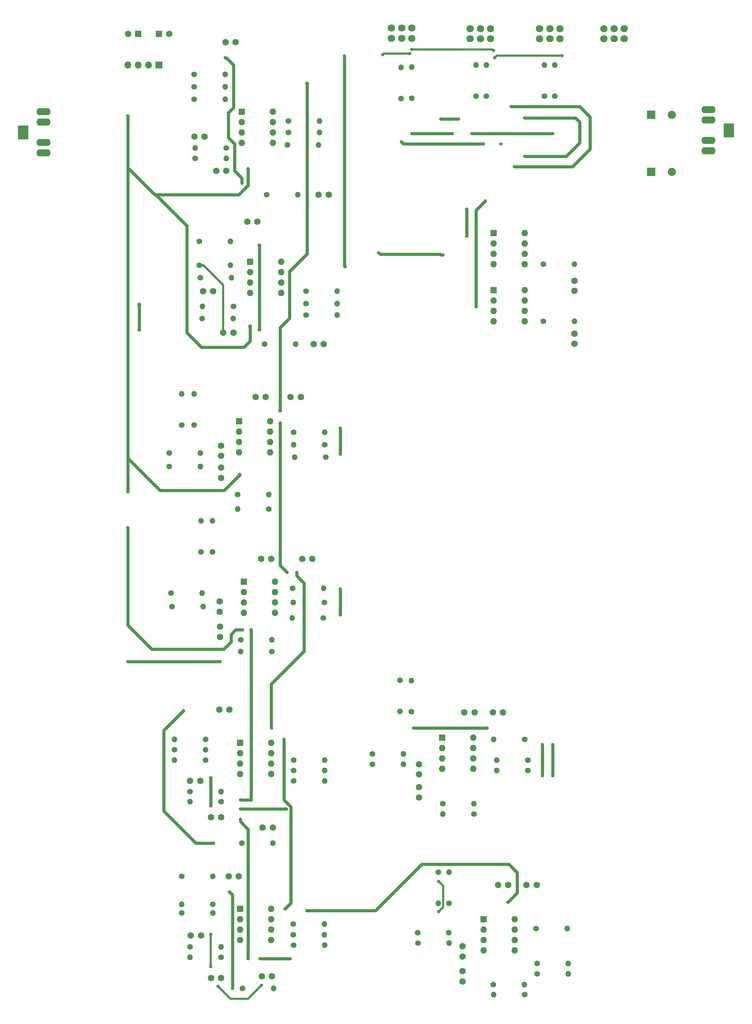
<source format=gbr>
G04 #@! TF.GenerationSoftware,KiCad,Pcbnew,5.0.0-rc3-6a2723a~65~ubuntu16.04.1*
G04 #@! TF.CreationDate,2018-07-19T21:14:32+03:00*
G04 #@! TF.ProjectId,test5,74657374352E6B696361645F70636200,rev?*
G04 #@! TF.SameCoordinates,Original*
G04 #@! TF.FileFunction,Copper,L2,Bot,Signal*
G04 #@! TF.FilePolarity,Positive*
%FSLAX46Y46*%
G04 Gerber Fmt 4.6, Leading zero omitted, Abs format (unit mm)*
G04 Created by KiCad (PCBNEW 5.0.0-rc3-6a2723a~65~ubuntu16.04.1) date Thu Jul 19 21:14:32 2018*
%MOMM*%
%LPD*%
G01*
G04 APERTURE LIST*
G04 #@! TA.AperFunction,ComponentPad*
%ADD10R,1.600000X1.600000*%
G04 #@! TD*
G04 #@! TA.AperFunction,ComponentPad*
%ADD11O,1.600000X1.600000*%
G04 #@! TD*
G04 #@! TA.AperFunction,ComponentPad*
%ADD12C,1.600000*%
G04 #@! TD*
G04 #@! TA.AperFunction,ComponentPad*
%ADD13C,1.400000*%
G04 #@! TD*
G04 #@! TA.AperFunction,ComponentPad*
%ADD14O,1.400000X1.400000*%
G04 #@! TD*
G04 #@! TA.AperFunction,ComponentPad*
%ADD15R,1.700000X1.700000*%
G04 #@! TD*
G04 #@! TA.AperFunction,ComponentPad*
%ADD16O,1.700000X1.700000*%
G04 #@! TD*
G04 #@! TA.AperFunction,ComponentPad*
%ADD17R,2.000000X2.000000*%
G04 #@! TD*
G04 #@! TA.AperFunction,ComponentPad*
%ADD18C,2.000000*%
G04 #@! TD*
G04 #@! TA.AperFunction,ComponentPad*
%ADD19R,2.500000X3.500000*%
G04 #@! TD*
G04 #@! TA.AperFunction,ComponentPad*
%ADD20O,3.500000X1.750000*%
G04 #@! TD*
G04 #@! TA.AperFunction,ComponentPad*
%ADD21C,1.800000*%
G04 #@! TD*
G04 #@! TA.AperFunction,ViaPad*
%ADD22C,0.800000*%
G04 #@! TD*
G04 #@! TA.AperFunction,ViaPad*
%ADD23C,1.000000*%
G04 #@! TD*
G04 #@! TA.AperFunction,ViaPad*
%ADD24C,0.700000*%
G04 #@! TD*
G04 #@! TA.AperFunction,Conductor*
%ADD25C,0.800000*%
G04 #@! TD*
G04 #@! TA.AperFunction,Conductor*
%ADD26C,0.500000*%
G04 #@! TD*
G04 APERTURE END LIST*
D10*
G04 #@! TO.P,U6,1*
G04 #@! TO.N,Net-(C14-Pad1)*
X80835500Y-230759000D03*
D11*
G04 #@! TO.P,U6,5*
G04 #@! TO.N,Net-(C24-Pad2)*
X88455500Y-238379000D03*
G04 #@! TO.P,U6,2*
G04 #@! TO.N,Net-(R23-Pad2)*
X80835500Y-233299000D03*
G04 #@! TO.P,U6,6*
G04 #@! TO.N,Net-(R53-Pad2)*
X88455500Y-235839000D03*
G04 #@! TO.P,U6,3*
G04 #@! TO.N,Net-(C12-Pad1)*
X80835500Y-235839000D03*
G04 #@! TO.P,U6,7*
G04 #@! TO.N,Net-(C26-Pad1)*
X88455500Y-233299000D03*
G04 #@! TO.P,U6,4*
G04 #@! TO.N,Vcc-*
X80835500Y-238379000D03*
G04 #@! TO.P,U6,8*
G04 #@! TO.N,Vcc+*
X88455500Y-230759000D03*
G04 #@! TD*
D12*
G04 #@! TO.P,C19,1*
G04 #@! TO.N,GND*
X102576000Y-55880000D03*
G04 #@! TO.P,C19,2*
G04 #@! TO.N,Net-(C19-Pad2)*
X100076000Y-55880000D03*
G04 #@! TD*
G04 #@! TO.P,C21,1*
G04 #@! TO.N,Net-(C21-Pad1)*
X79756000Y-18542000D03*
G04 #@! TO.P,C21,2*
G04 #@! TO.N,Net-(C21-Pad2)*
X77256000Y-18542000D03*
G04 #@! TD*
D13*
G04 #@! TO.P,R14,1*
G04 #@! TO.N,GND*
X69596000Y-29464000D03*
D14*
G04 #@! TO.P,R14,2*
G04 #@! TO.N,Net-(R13-Pad2)*
X77216000Y-29464000D03*
G04 #@! TD*
D13*
G04 #@! TO.P,R13,1*
G04 #@! TO.N,Net-(C9-Pad1)*
X69596000Y-26416000D03*
D14*
G04 #@! TO.P,R13,2*
G04 #@! TO.N,Net-(R13-Pad2)*
X77216000Y-26416000D03*
G04 #@! TD*
D13*
G04 #@! TO.P,R25,1*
G04 #@! TO.N,Net-(C9-Pad1)*
X69596000Y-32512000D03*
D14*
G04 #@! TO.P,R25,2*
G04 #@! TO.N,Net-(C21-Pad2)*
X77216000Y-32512000D03*
G04 #@! TD*
D15*
G04 #@! TO.P,J3,1*
G04 #@! TO.N,Vcc+*
X60960000Y-24130000D03*
D16*
G04 #@! TO.P,J3,2*
G04 #@! TO.N,GND*
X58420000Y-24130000D03*
G04 #@! TO.P,J3,3*
X55880000Y-24130000D03*
G04 #@! TO.P,J3,4*
G04 #@! TO.N,Vcc-*
X53340000Y-24130000D03*
G04 #@! TD*
D13*
G04 #@! TO.P,10K1,1*
G04 #@! TO.N,Net-(10K1-Pad1)*
X157988000Y-31750000D03*
D14*
G04 #@! TO.P,10K1,2*
G04 #@! TO.N,Net-(10K1-Pad2)*
X157988000Y-24130000D03*
G04 #@! TD*
D10*
G04 #@! TO.P,C1,1*
G04 #@! TO.N,Vcc+*
X60960000Y-16510000D03*
D12*
G04 #@! TO.P,C1,2*
G04 #@! TO.N,GND*
X63460000Y-16510000D03*
G04 #@! TD*
G04 #@! TO.P,C2,2*
G04 #@! TO.N,Vcc-*
X53380000Y-16510000D03*
D10*
G04 #@! TO.P,C2,1*
G04 #@! TO.N,GND*
X55880000Y-16510000D03*
G04 #@! TD*
D12*
G04 #@! TO.P,C3,2*
G04 #@! TO.N,IN_RIGHT*
X76200000Y-125222000D03*
G04 #@! TO.P,C3,1*
G04 #@! TO.N,Net-(C3-Pad1)*
X76200000Y-122722000D03*
G04 #@! TD*
G04 #@! TO.P,C4,1*
G04 #@! TO.N,Net-(C4-Pad1)*
X75946000Y-161671000D03*
G04 #@! TO.P,C4,2*
G04 #@! TO.N,IN_LEFT*
X75946000Y-164171000D03*
G04 #@! TD*
G04 #@! TO.P,C5,1*
G04 #@! TO.N,Net-(C5-Pad1)*
X76200000Y-117348000D03*
G04 #@! TO.P,C5,2*
G04 #@! TO.N,Net-(C3-Pad1)*
X76200000Y-119848000D03*
G04 #@! TD*
G04 #@! TO.P,C6,2*
G04 #@! TO.N,Net-(C4-Pad1)*
X75819000Y-157988000D03*
G04 #@! TO.P,C6,1*
G04 #@! TO.N,Net-(C6-Pad1)*
X75819000Y-155488000D03*
G04 #@! TD*
G04 #@! TO.P,C7,2*
G04 #@! TO.N,GND*
X69636000Y-41656000D03*
G04 #@! TO.P,C7,1*
G04 #@! TO.N,Net-(C7-Pad1)*
X72136000Y-41656000D03*
G04 #@! TD*
G04 #@! TO.P,C8,1*
G04 #@! TO.N,Net-(C8-Pad1)*
X74250000Y-79500000D03*
G04 #@! TO.P,C8,2*
G04 #@! TO.N,GND*
X71750000Y-79500000D03*
G04 #@! TD*
G04 #@! TO.P,C9,2*
G04 #@! TO.N,Net-(C9-Pad2)*
X77470000Y-50038000D03*
G04 #@! TO.P,C9,1*
G04 #@! TO.N,Net-(C9-Pad1)*
X74970000Y-50038000D03*
G04 #@! TD*
G04 #@! TO.P,C10,2*
G04 #@! TO.N,Net-(C10-Pad2)*
X79208000Y-89662000D03*
G04 #@! TO.P,C10,1*
G04 #@! TO.N,Net-(C10-Pad1)*
X76708000Y-89662000D03*
G04 #@! TD*
G04 #@! TO.P,C11,2*
G04 #@! TO.N,GND*
X73700000Y-208280000D03*
G04 #@! TO.P,C11,1*
G04 #@! TO.N,Net-(C11-Pad1)*
X76200000Y-208280000D03*
G04 #@! TD*
G04 #@! TO.P,C12,1*
G04 #@! TO.N,Net-(C12-Pad1)*
X76200000Y-247650000D03*
G04 #@! TO.P,C12,2*
G04 #@! TO.N,GND*
X73700000Y-247650000D03*
G04 #@! TD*
G04 #@! TO.P,C13,1*
G04 #@! TO.N,Net-(C13-Pad1)*
X71080000Y-199390000D03*
G04 #@! TO.P,C13,2*
G04 #@! TO.N,Net-(C13-Pad2)*
X68580000Y-199390000D03*
G04 #@! TD*
G04 #@! TO.P,C14,2*
G04 #@! TO.N,Net-(C14-Pad2)*
X68747000Y-237236000D03*
G04 #@! TO.P,C14,1*
G04 #@! TO.N,Net-(C14-Pad1)*
X71247000Y-237236000D03*
G04 #@! TD*
G04 #@! TO.P,C15,1*
G04 #@! TO.N,Net-(C15-Pad1)*
X87122000Y-105410000D03*
G04 #@! TO.P,C15,2*
G04 #@! TO.N,Net-(C15-Pad2)*
X84622000Y-105410000D03*
G04 #@! TD*
G04 #@! TO.P,C16,1*
G04 #@! TO.N,Net-(C16-Pad1)*
X88479000Y-145034000D03*
G04 #@! TO.P,C16,2*
G04 #@! TO.N,Net-(C16-Pad2)*
X85979000Y-145034000D03*
G04 #@! TD*
G04 #@! TO.P,C17,1*
G04 #@! TO.N,Net-(C17-Pad1)*
X95718000Y-105410000D03*
G04 #@! TO.P,C17,2*
G04 #@! TO.N,Net-(C15-Pad1)*
X93218000Y-105410000D03*
G04 #@! TD*
G04 #@! TO.P,C18,2*
G04 #@! TO.N,Net-(C16-Pad1)*
X96052000Y-145034000D03*
G04 #@! TO.P,C18,1*
G04 #@! TO.N,Net-(C18-Pad1)*
X98552000Y-145034000D03*
G04 #@! TD*
G04 #@! TO.P,C20,1*
G04 #@! TO.N,GND*
X101346000Y-92456000D03*
G04 #@! TO.P,C20,2*
G04 #@! TO.N,Net-(C20-Pad2)*
X98846000Y-92456000D03*
G04 #@! TD*
G04 #@! TO.P,C22,2*
G04 #@! TO.N,Net-(C22-Pad2)*
X82590000Y-62484000D03*
G04 #@! TO.P,C22,1*
G04 #@! TO.N,Net-(C22-Pad1)*
X85090000Y-62484000D03*
G04 #@! TD*
G04 #@! TO.P,C23,1*
G04 #@! TO.N,GND*
X86360000Y-210820000D03*
G04 #@! TO.P,C23,2*
G04 #@! TO.N,Net-(C23-Pad2)*
X88860000Y-210820000D03*
G04 #@! TD*
G04 #@! TO.P,C24,2*
G04 #@! TO.N,Net-(C24-Pad2)*
X88646000Y-247269000D03*
G04 #@! TO.P,C24,1*
G04 #@! TO.N,GND*
X86146000Y-247269000D03*
G04 #@! TD*
G04 #@! TO.P,C25,2*
G04 #@! TO.N,Net-(C25-Pad2)*
X75732000Y-181991000D03*
G04 #@! TO.P,C25,1*
G04 #@! TO.N,Net-(C25-Pad1)*
X78232000Y-181991000D03*
G04 #@! TD*
G04 #@! TO.P,C26,2*
G04 #@! TO.N,Net-(C26-Pad2)*
X78018000Y-222758000D03*
G04 #@! TO.P,C26,1*
G04 #@! TO.N,Net-(C26-Pad1)*
X80518000Y-222758000D03*
G04 #@! TD*
G04 #@! TO.P,C27,1*
G04 #@! TO.N,Net-(C27-Pad1)*
X124714000Y-200954000D03*
G04 #@! TO.P,C27,2*
G04 #@! TO.N,Net-(C25-Pad1)*
X124714000Y-203454000D03*
G04 #@! TD*
G04 #@! TO.P,C28,1*
G04 #@! TO.N,Net-(C28-Pad1)*
X135382000Y-245999000D03*
G04 #@! TO.P,C28,2*
G04 #@! TO.N,Net-(C26-Pad1)*
X135382000Y-248499000D03*
G04 #@! TD*
G04 #@! TO.P,C29,2*
G04 #@! TO.N,Net-(C27-Pad1)*
X124714000Y-197826000D03*
G04 #@! TO.P,C29,1*
G04 #@! TO.N,Net-(C29-Pad1)*
X124714000Y-195326000D03*
G04 #@! TD*
G04 #@! TO.P,C30,1*
G04 #@! TO.N,Net-(C30-Pad1)*
X135382000Y-239903000D03*
G04 #@! TO.P,C30,2*
G04 #@! TO.N,Net-(C28-Pad1)*
X135382000Y-242403000D03*
G04 #@! TD*
G04 #@! TO.P,C31,2*
G04 #@! TO.N,Net-(C31-Pad2)*
X135803000Y-182626000D03*
G04 #@! TO.P,C31,1*
G04 #@! TO.N,Net-(C31-Pad1)*
X138303000Y-182626000D03*
G04 #@! TD*
G04 #@! TO.P,C32,2*
G04 #@! TO.N,Net-(C32-Pad2)*
X144058000Y-224917000D03*
G04 #@! TO.P,C32,1*
G04 #@! TO.N,Net-(C32-Pad1)*
X146558000Y-224917000D03*
G04 #@! TD*
G04 #@! TO.P,C33,2*
G04 #@! TO.N,Net-(C31-Pad1)*
X142788000Y-182626000D03*
G04 #@! TO.P,C33,1*
G04 #@! TO.N,Net-(C33-Pad1)*
X145288000Y-182626000D03*
G04 #@! TD*
G04 #@! TO.P,C34,1*
G04 #@! TO.N,Net-(C34-Pad1)*
X153543000Y-224917000D03*
G04 #@! TO.P,C34,2*
G04 #@! TO.N,Net-(C32-Pad1)*
X151043000Y-224917000D03*
G04 #@! TD*
G04 #@! TO.P,C35,1*
G04 #@! TO.N,Net-(C35-Pad1)*
X162814000Y-76962000D03*
G04 #@! TO.P,C35,2*
G04 #@! TO.N,GND*
X162814000Y-79462000D03*
G04 #@! TD*
G04 #@! TO.P,C36,1*
G04 #@! TO.N,Net-(C36-Pad1)*
X162814000Y-89916000D03*
G04 #@! TO.P,C36,2*
G04 #@! TO.N,GND*
X162814000Y-92416000D03*
G04 #@! TD*
D17*
G04 #@! TO.P,C37,1*
G04 #@! TO.N,Net-(C37-Pad1)*
X181610000Y-50292000D03*
D18*
G04 #@! TO.P,C37,2*
G04 #@! TO.N,Net-(C37-Pad2)*
X186610000Y-50292000D03*
G04 #@! TD*
G04 #@! TO.P,C38,2*
G04 #@! TO.N,Net-(C38-Pad2)*
X186610000Y-36322000D03*
D17*
G04 #@! TO.P,C38,1*
G04 #@! TO.N,Net-(C38-Pad1)*
X181610000Y-36322000D03*
G04 #@! TD*
D19*
G04 #@! TO.P,J1,1*
G04 #@! TO.N,GND*
X27614000Y-40640000D03*
D20*
G04 #@! TO.P,J1,2*
G04 #@! TO.N,IN_RIGHT*
X32620000Y-35640000D03*
G04 #@! TO.P,J1,3*
G04 #@! TO.N,IN_LEFT*
X32620000Y-45640000D03*
G04 #@! TO.P,J1,4*
G04 #@! TO.N,Net-(J1-Pad4)*
X32620000Y-38140000D03*
G04 #@! TO.P,J1,5*
G04 #@! TO.N,Net-(J1-Pad5)*
X32620000Y-43140000D03*
G04 #@! TD*
G04 #@! TO.P,J2,5*
G04 #@! TO.N,Net-(J2-Pad5)*
X195654000Y-37632000D03*
G04 #@! TO.P,J2,4*
G04 #@! TO.N,Net-(J2-Pad4)*
X195654000Y-42632000D03*
G04 #@! TO.P,J2,3*
G04 #@! TO.N,Net-(C38-Pad2)*
X195654000Y-35132000D03*
G04 #@! TO.P,J2,2*
G04 #@! TO.N,Net-(C37-Pad2)*
X195654000Y-45132000D03*
D19*
G04 #@! TO.P,J2,1*
G04 #@! TO.N,GND*
X200660000Y-40132000D03*
G04 #@! TD*
D13*
G04 #@! TO.P,R1,1*
G04 #@! TO.N,IN_RIGHT*
X69850000Y-46990000D03*
D14*
G04 #@! TO.P,R1,2*
G04 #@! TO.N,Net-(C9-Pad2)*
X77470000Y-46990000D03*
G04 #@! TD*
D13*
G04 #@! TO.P,R2,1*
G04 #@! TO.N,IN_LEFT*
X71500000Y-86250000D03*
D14*
G04 #@! TO.P,R2,2*
G04 #@! TO.N,Net-(C10-Pad2)*
X79120000Y-86250000D03*
G04 #@! TD*
D13*
G04 #@! TO.P,R3,1*
G04 #@! TO.N,IN_RIGHT*
X68580000Y-202057000D03*
D14*
G04 #@! TO.P,R3,2*
G04 #@! TO.N,Net-(C13-Pad2)*
X76200000Y-202057000D03*
G04 #@! TD*
G04 #@! TO.P,R4,2*
G04 #@! TO.N,Net-(C14-Pad2)*
X76200000Y-240030000D03*
D13*
G04 #@! TO.P,R4,1*
G04 #@! TO.N,IN_LEFT*
X68580000Y-240030000D03*
G04 #@! TD*
G04 #@! TO.P,R5,1*
G04 #@! TO.N,Net-(C7-Pad1)*
X77470000Y-44450000D03*
D14*
G04 #@! TO.P,R5,2*
G04 #@! TO.N,Net-(C9-Pad2)*
X69850000Y-44450000D03*
G04 #@! TD*
D13*
G04 #@! TO.P,R6,1*
G04 #@! TO.N,Net-(C8-Pad1)*
X79250000Y-83250000D03*
D14*
G04 #@! TO.P,R6,2*
G04 #@! TO.N,Net-(C10-Pad2)*
X71630000Y-83250000D03*
G04 #@! TD*
G04 #@! TO.P,R7,2*
G04 #@! TO.N,Net-(C13-Pad2)*
X68580000Y-204470000D03*
D13*
G04 #@! TO.P,R7,1*
G04 #@! TO.N,Net-(C11-Pad1)*
X76200000Y-204470000D03*
G04 #@! TD*
G04 #@! TO.P,R8,1*
G04 #@! TO.N,Net-(C12-Pad1)*
X76200000Y-242570000D03*
D14*
G04 #@! TO.P,R8,2*
G04 #@! TO.N,Net-(C14-Pad2)*
X68580000Y-242570000D03*
G04 #@! TD*
G04 #@! TO.P,R9,2*
G04 #@! TO.N,Net-(C5-Pad1)*
X71120000Y-119126000D03*
D13*
G04 #@! TO.P,R9,1*
G04 #@! TO.N,GND*
X63500000Y-119126000D03*
G04 #@! TD*
D14*
G04 #@! TO.P,R10,2*
G04 #@! TO.N,Net-(C6-Pad1)*
X71501000Y-153416000D03*
D13*
G04 #@! TO.P,R10,1*
G04 #@! TO.N,GND*
X63881000Y-153416000D03*
G04 #@! TD*
D14*
G04 #@! TO.P,R11,2*
G04 #@! TO.N,Net-(C3-Pad1)*
X71120000Y-122428000D03*
D13*
G04 #@! TO.P,R11,1*
G04 #@! TO.N,Net-(C15-Pad2)*
X63500000Y-122428000D03*
G04 #@! TD*
D14*
G04 #@! TO.P,R12,2*
G04 #@! TO.N,Net-(C4-Pad1)*
X71755000Y-156718000D03*
D13*
G04 #@! TO.P,R12,1*
G04 #@! TO.N,Net-(C16-Pad2)*
X64135000Y-156718000D03*
G04 #@! TD*
G04 #@! TO.P,R15,1*
G04 #@! TO.N,Net-(C10-Pad1)*
X70866000Y-73152000D03*
D14*
G04 #@! TO.P,R15,2*
G04 #@! TO.N,Net-(R15-Pad2)*
X78486000Y-73152000D03*
G04 #@! TD*
G04 #@! TO.P,R16,2*
G04 #@! TO.N,Net-(R15-Pad2)*
X78740000Y-76200000D03*
D13*
G04 #@! TO.P,R16,1*
G04 #@! TO.N,GND*
X71120000Y-76200000D03*
G04 #@! TD*
D14*
G04 #@! TO.P,R17,2*
G04 #@! TO.N,Net-(R17-Pad2)*
X66548000Y-104648000D03*
D13*
G04 #@! TO.P,R17,1*
G04 #@! TO.N,Net-(C15-Pad2)*
X66548000Y-112268000D03*
G04 #@! TD*
G04 #@! TO.P,R18,1*
G04 #@! TO.N,GND*
X69596000Y-112268000D03*
D14*
G04 #@! TO.P,R18,2*
G04 #@! TO.N,Net-(R17-Pad2)*
X69596000Y-104648000D03*
G04 #@! TD*
G04 #@! TO.P,R19,2*
G04 #@! TO.N,Net-(R19-Pad2)*
X71247000Y-135763000D03*
D13*
G04 #@! TO.P,R19,1*
G04 #@! TO.N,Net-(C16-Pad2)*
X71247000Y-143383000D03*
G04 #@! TD*
G04 #@! TO.P,R20,1*
G04 #@! TO.N,GND*
X74041000Y-143383000D03*
D14*
G04 #@! TO.P,R20,2*
G04 #@! TO.N,Net-(R19-Pad2)*
X74041000Y-135763000D03*
G04 #@! TD*
G04 #@! TO.P,R21,2*
G04 #@! TO.N,Net-(R21-Pad2)*
X72390000Y-191770000D03*
D13*
G04 #@! TO.P,R21,1*
G04 #@! TO.N,Net-(C13-Pad1)*
X64770000Y-191770000D03*
G04 #@! TD*
G04 #@! TO.P,R22,1*
G04 #@! TO.N,GND*
X72390000Y-194310000D03*
D14*
G04 #@! TO.P,R22,2*
G04 #@! TO.N,Net-(R21-Pad2)*
X64770000Y-194310000D03*
G04 #@! TD*
D13*
G04 #@! TO.P,R23,1*
G04 #@! TO.N,Net-(C14-Pad1)*
X74168000Y-229616000D03*
D14*
G04 #@! TO.P,R23,2*
G04 #@! TO.N,Net-(R23-Pad2)*
X66548000Y-229616000D03*
G04 #@! TD*
G04 #@! TO.P,R24,2*
G04 #@! TO.N,Net-(R23-Pad2)*
X74168000Y-231775000D03*
D13*
G04 #@! TO.P,R24,1*
G04 #@! TO.N,GND*
X66548000Y-231775000D03*
G04 #@! TD*
D14*
G04 #@! TO.P,R26,2*
G04 #@! TO.N,Net-(C22-Pad2)*
X78486000Y-67310000D03*
D13*
G04 #@! TO.P,R26,1*
G04 #@! TO.N,Net-(C10-Pad1)*
X70866000Y-67310000D03*
G04 #@! TD*
G04 #@! TO.P,R27,1*
G04 #@! TO.N,Net-(C13-Pad1)*
X72390000Y-189230000D03*
D14*
G04 #@! TO.P,R27,2*
G04 #@! TO.N,Net-(C25-Pad2)*
X64770000Y-189230000D03*
G04 #@! TD*
G04 #@! TO.P,R28,2*
G04 #@! TO.N,Net-(C26-Pad2)*
X74168000Y-222758000D03*
D13*
G04 #@! TO.P,R28,1*
G04 #@! TO.N,Net-(C14-Pad1)*
X66548000Y-222758000D03*
G04 #@! TD*
G04 #@! TO.P,R29,1*
G04 #@! TO.N,Net-(C21-Pad2)*
X87376000Y-55880000D03*
D14*
G04 #@! TO.P,R29,2*
G04 #@! TO.N,Net-(C19-Pad2)*
X94996000Y-55880000D03*
G04 #@! TD*
D13*
G04 #@! TO.P,R30,1*
G04 #@! TO.N,Net-(C22-Pad2)*
X86868000Y-92456000D03*
D14*
G04 #@! TO.P,R30,2*
G04 #@! TO.N,Net-(C20-Pad2)*
X94488000Y-92456000D03*
G04 #@! TD*
G04 #@! TO.P,R31,2*
G04 #@! TO.N,Net-(C23-Pad2)*
X88900000Y-214630000D03*
D13*
G04 #@! TO.P,R31,1*
G04 #@! TO.N,Net-(C25-Pad2)*
X81280000Y-214630000D03*
G04 #@! TD*
G04 #@! TO.P,R32,1*
G04 #@! TO.N,Net-(C26-Pad2)*
X81407000Y-250190000D03*
D14*
G04 #@! TO.P,R32,2*
G04 #@! TO.N,Net-(C24-Pad2)*
X89027000Y-250190000D03*
G04 #@! TD*
D13*
G04 #@! TO.P,R33,1*
G04 #@! TO.N,GND*
X80264000Y-129286000D03*
D14*
G04 #@! TO.P,R33,2*
G04 #@! TO.N,Net-(C17-Pad1)*
X87884000Y-129286000D03*
G04 #@! TD*
G04 #@! TO.P,R34,2*
G04 #@! TO.N,Net-(C18-Pad1)*
X88646000Y-164846000D03*
D13*
G04 #@! TO.P,R34,1*
G04 #@! TO.N,GND*
X81026000Y-164846000D03*
G04 #@! TD*
G04 #@! TO.P,R35,1*
G04 #@! TO.N,Net-(R35-Pad1)*
X93980000Y-114046000D03*
D14*
G04 #@! TO.P,R35,2*
G04 #@! TO.N,Net-(C15-Pad1)*
X101600000Y-114046000D03*
G04 #@! TD*
D13*
G04 #@! TO.P,R36,1*
G04 #@! TO.N,Net-(R36-Pad1)*
X93726000Y-152273000D03*
D14*
G04 #@! TO.P,R36,2*
G04 #@! TO.N,Net-(C16-Pad1)*
X101346000Y-152273000D03*
G04 #@! TD*
G04 #@! TO.P,R37,2*
G04 #@! TO.N,Net-(R37-Pad2)*
X100330000Y-37846000D03*
D13*
G04 #@! TO.P,R37,1*
G04 #@! TO.N,Net-(C21-Pad1)*
X92710000Y-37846000D03*
G04 #@! TD*
G04 #@! TO.P,R38,1*
G04 #@! TO.N,Net-(R37-Pad2)*
X92710000Y-40640000D03*
D14*
G04 #@! TO.P,R38,2*
G04 #@! TO.N,Net-(R38-Pad2)*
X100330000Y-40640000D03*
G04 #@! TD*
G04 #@! TO.P,R39,2*
G04 #@! TO.N,GND*
X100076000Y-43688000D03*
D13*
G04 #@! TO.P,R39,1*
G04 #@! TO.N,Net-(R38-Pad2)*
X92456000Y-43688000D03*
G04 #@! TD*
G04 #@! TO.P,R40,1*
G04 #@! TO.N,Net-(C22-Pad1)*
X97028000Y-79502000D03*
D14*
G04 #@! TO.P,R40,2*
G04 #@! TO.N,Net-(R40-Pad2)*
X104648000Y-79502000D03*
G04 #@! TD*
G04 #@! TO.P,R41,2*
G04 #@! TO.N,Net-(R41-Pad2)*
X104648000Y-82550000D03*
D13*
G04 #@! TO.P,R41,1*
G04 #@! TO.N,Net-(R40-Pad2)*
X97028000Y-82550000D03*
G04 #@! TD*
G04 #@! TO.P,R42,1*
G04 #@! TO.N,Net-(R41-Pad2)*
X97028000Y-85344000D03*
D14*
G04 #@! TO.P,R42,2*
G04 #@! TO.N,GND*
X104648000Y-85344000D03*
G04 #@! TD*
G04 #@! TO.P,R43,2*
G04 #@! TO.N,Net-(R43-Pad2)*
X93980000Y-117094000D03*
D13*
G04 #@! TO.P,R43,1*
G04 #@! TO.N,Net-(R35-Pad1)*
X101600000Y-117094000D03*
G04 #@! TD*
D14*
G04 #@! TO.P,R44,2*
G04 #@! TO.N,Net-(R44-Pad2)*
X94234000Y-120142000D03*
D13*
G04 #@! TO.P,R44,1*
G04 #@! TO.N,Net-(R43-Pad2)*
X101854000Y-120142000D03*
G04 #@! TD*
D14*
G04 #@! TO.P,R45,2*
G04 #@! TO.N,GND*
X80264000Y-132842000D03*
D13*
G04 #@! TO.P,R45,1*
G04 #@! TO.N,Net-(R44-Pad2)*
X87884000Y-132842000D03*
G04 #@! TD*
D14*
G04 #@! TO.P,R46,2*
G04 #@! TO.N,Net-(R46-Pad2)*
X93853000Y-155702000D03*
D13*
G04 #@! TO.P,R46,1*
G04 #@! TO.N,Net-(R36-Pad1)*
X101473000Y-155702000D03*
G04 #@! TD*
D14*
G04 #@! TO.P,R47,2*
G04 #@! TO.N,Net-(R47-Pad2)*
X93599000Y-159512000D03*
D13*
G04 #@! TO.P,R47,1*
G04 #@! TO.N,Net-(R46-Pad2)*
X101219000Y-159512000D03*
G04 #@! TD*
G04 #@! TO.P,R48,1*
G04 #@! TO.N,Net-(R47-Pad2)*
X88646000Y-167767000D03*
D14*
G04 #@! TO.P,R48,2*
G04 #@! TO.N,GND*
X81026000Y-167767000D03*
G04 #@! TD*
G04 #@! TO.P,R49,2*
G04 #@! TO.N,Net-(R49-Pad2)*
X101600000Y-194310000D03*
D13*
G04 #@! TO.P,R49,1*
G04 #@! TO.N,Net-(C25-Pad1)*
X93980000Y-194310000D03*
G04 #@! TD*
G04 #@! TO.P,R50,1*
G04 #@! TO.N,Net-(R49-Pad2)*
X93980000Y-196850000D03*
D14*
G04 #@! TO.P,R50,2*
G04 #@! TO.N,Net-(R50-Pad2)*
X101600000Y-196850000D03*
G04 #@! TD*
G04 #@! TO.P,R51,2*
G04 #@! TO.N,GND*
X101600000Y-199390000D03*
D13*
G04 #@! TO.P,R51,1*
G04 #@! TO.N,Net-(R50-Pad2)*
X93980000Y-199390000D03*
G04 #@! TD*
G04 #@! TO.P,R52,1*
G04 #@! TO.N,Net-(C26-Pad1)*
X93980000Y-239649000D03*
D14*
G04 #@! TO.P,R52,2*
G04 #@! TO.N,Net-(R52-Pad2)*
X101600000Y-239649000D03*
G04 #@! TD*
G04 #@! TO.P,R53,2*
G04 #@! TO.N,Net-(R53-Pad2)*
X101473000Y-237109000D03*
D13*
G04 #@! TO.P,R53,1*
G04 #@! TO.N,Net-(R52-Pad2)*
X93853000Y-237109000D03*
G04 #@! TD*
G04 #@! TO.P,R54,1*
G04 #@! TO.N,Net-(R53-Pad2)*
X93853000Y-234442000D03*
D14*
G04 #@! TO.P,R54,2*
G04 #@! TO.N,GND*
X101473000Y-234442000D03*
G04 #@! TD*
D13*
G04 #@! TO.P,R55,1*
G04 #@! TO.N,GND*
X113284000Y-195326000D03*
D14*
G04 #@! TO.P,R55,2*
G04 #@! TO.N,Net-(C29-Pad1)*
X120904000Y-195326000D03*
G04 #@! TD*
G04 #@! TO.P,R56,2*
G04 #@! TO.N,Net-(C30-Pad1)*
X132080000Y-239141000D03*
D13*
G04 #@! TO.P,R56,1*
G04 #@! TO.N,GND*
X124460000Y-239141000D03*
G04 #@! TD*
G04 #@! TO.P,R57,1*
G04 #@! TO.N,Net-(C31-Pad2)*
X113284000Y-192786000D03*
D14*
G04 #@! TO.P,R57,2*
G04 #@! TO.N,Net-(C27-Pad1)*
X120904000Y-192786000D03*
G04 #@! TD*
G04 #@! TO.P,R58,2*
G04 #@! TO.N,Net-(C28-Pad1)*
X131953000Y-236601000D03*
D13*
G04 #@! TO.P,R58,1*
G04 #@! TO.N,Net-(C32-Pad2)*
X124333000Y-236601000D03*
G04 #@! TD*
D14*
G04 #@! TO.P,R59,2*
G04 #@! TO.N,Net-(R59-Pad2)*
X120006335Y-182406726D03*
D13*
G04 #@! TO.P,R59,1*
G04 #@! TO.N,Net-(C31-Pad2)*
X120006335Y-174786726D03*
G04 #@! TD*
G04 #@! TO.P,R60,1*
G04 #@! TO.N,GND*
X122809000Y-182499000D03*
D14*
G04 #@! TO.P,R60,2*
G04 #@! TO.N,Net-(R59-Pad2)*
X122809000Y-174879000D03*
G04 #@! TD*
G04 #@! TO.P,R61,2*
G04 #@! TO.N,Net-(R61-Pad2)*
X132080000Y-221742000D03*
D13*
G04 #@! TO.P,R61,1*
G04 #@! TO.N,Net-(C32-Pad2)*
X132080000Y-229362000D03*
G04 #@! TD*
G04 #@! TO.P,R62,1*
G04 #@! TO.N,GND*
X129413000Y-221742000D03*
D14*
G04 #@! TO.P,R62,2*
G04 #@! TO.N,Net-(R61-Pad2)*
X129413000Y-229362000D03*
G04 #@! TD*
G04 #@! TO.P,R63,2*
G04 #@! TO.N,Net-(R63-Pad2)*
X120269000Y-24765000D03*
D13*
G04 #@! TO.P,R63,1*
G04 #@! TO.N,Net-(R63-Pad1)*
X120269000Y-32385000D03*
G04 #@! TD*
G04 #@! TO.P,R64,1*
G04 #@! TO.N,Net-(R63-Pad1)*
X141224000Y-31750000D03*
D14*
G04 #@! TO.P,R64,2*
G04 #@! TO.N,Net-(R64-Pad2)*
X141224000Y-24130000D03*
G04 #@! TD*
G04 #@! TO.P,R65,2*
G04 #@! TO.N,Net-(R65-Pad2)*
X155448000Y-24130000D03*
D13*
G04 #@! TO.P,R65,1*
G04 #@! TO.N,Net-(R63-Pad1)*
X155448000Y-31750000D03*
G04 #@! TD*
D14*
G04 #@! TO.P,R66,2*
G04 #@! TO.N,Net-(C33-Pad1)*
X138176000Y-204978000D03*
D13*
G04 #@! TO.P,R66,1*
G04 #@! TO.N,GND*
X130556000Y-204978000D03*
G04 #@! TD*
G04 #@! TO.P,R67,1*
G04 #@! TO.N,GND*
X142875000Y-249301000D03*
D14*
G04 #@! TO.P,R67,2*
G04 #@! TO.N,Net-(C34-Pad1)*
X150495000Y-249301000D03*
G04 #@! TD*
G04 #@! TO.P,R68,2*
G04 #@! TO.N,Net-(C31-Pad1)*
X143002000Y-189230000D03*
D13*
G04 #@! TO.P,R68,1*
G04 #@! TO.N,Net-(R68-Pad1)*
X150622000Y-189230000D03*
G04 #@! TD*
G04 #@! TO.P,R69,1*
G04 #@! TO.N,Net-(R69-Pad1)*
X153416000Y-235585000D03*
D14*
G04 #@! TO.P,R69,2*
G04 #@! TO.N,Net-(C32-Pad1)*
X161036000Y-235585000D03*
G04 #@! TD*
D13*
G04 #@! TO.P,R70,1*
G04 #@! TO.N,Net-(10K1-Pad1)*
X122936000Y-32258000D03*
D14*
G04 #@! TO.P,R70,2*
G04 #@! TO.N,Net-(R70-Pad2)*
X122936000Y-24638000D03*
G04 #@! TD*
G04 #@! TO.P,R71,2*
G04 #@! TO.N,Net-(R71-Pad2)*
X138684000Y-24130000D03*
D13*
G04 #@! TO.P,R71,1*
G04 #@! TO.N,Net-(10K1-Pad1)*
X138684000Y-31750000D03*
G04 #@! TD*
G04 #@! TO.P,R73,1*
G04 #@! TO.N,Net-(R68-Pad1)*
X151384000Y-194310000D03*
D14*
G04 #@! TO.P,R73,2*
G04 #@! TO.N,Net-(R73-Pad2)*
X143764000Y-194310000D03*
G04 #@! TD*
G04 #@! TO.P,R74,2*
G04 #@! TO.N,Net-(R74-Pad2)*
X143764000Y-196850000D03*
D13*
G04 #@! TO.P,R74,1*
G04 #@! TO.N,Net-(R73-Pad2)*
X151384000Y-196850000D03*
G04 #@! TD*
G04 #@! TO.P,R75,1*
G04 #@! TO.N,Net-(R74-Pad2)*
X138176000Y-207518000D03*
D14*
G04 #@! TO.P,R75,2*
G04 #@! TO.N,GND*
X130556000Y-207518000D03*
G04 #@! TD*
G04 #@! TO.P,R76,2*
G04 #@! TO.N,Net-(R76-Pad2)*
X143002000Y-251714000D03*
D13*
G04 #@! TO.P,R76,1*
G04 #@! TO.N,Net-(R69-Pad1)*
X150622000Y-251714000D03*
G04 #@! TD*
G04 #@! TO.P,R77,1*
G04 #@! TO.N,Net-(R76-Pad2)*
X153670000Y-246634000D03*
D14*
G04 #@! TO.P,R77,2*
G04 #@! TO.N,Net-(R77-Pad2)*
X161290000Y-246634000D03*
G04 #@! TD*
G04 #@! TO.P,R78,2*
G04 #@! TO.N,GND*
X161290000Y-244094000D03*
D13*
G04 #@! TO.P,R78,1*
G04 #@! TO.N,Net-(R77-Pad2)*
X153670000Y-244094000D03*
G04 #@! TD*
D14*
G04 #@! TO.P,R79,2*
G04 #@! TO.N,Net-(C35-Pad1)*
X162814000Y-72898000D03*
D13*
G04 #@! TO.P,R79,1*
G04 #@! TO.N,Net-(C37-Pad1)*
X155194000Y-72898000D03*
G04 #@! TD*
D14*
G04 #@! TO.P,R80,2*
G04 #@! TO.N,Net-(C36-Pad1)*
X162814000Y-86868000D03*
D13*
G04 #@! TO.P,R80,1*
G04 #@! TO.N,Net-(C38-Pad1)*
X155194000Y-86868000D03*
G04 #@! TD*
D21*
G04 #@! TO.P,RV1,3*
G04 #@! TO.N,Net-(C22-Pad1)*
X117936000Y-15113000D03*
G04 #@! TO.P,RV1,2*
G04 #@! TO.N,Net-(R70-Pad2)*
X120436000Y-15113000D03*
G04 #@! TO.P,RV1,1*
G04 #@! TO.N,GND*
X122936000Y-15113000D03*
G04 #@! TO.P,RV1,6*
G04 #@! TO.N,Net-(C21-Pad1)*
X117936000Y-17613000D03*
G04 #@! TO.P,RV1,5*
G04 #@! TO.N,Net-(R63-Pad2)*
X120436000Y-17613000D03*
G04 #@! TO.P,RV1,4*
G04 #@! TO.N,GND*
X122936000Y-17613000D03*
G04 #@! TD*
G04 #@! TO.P,RV2,4*
G04 #@! TO.N,GND*
X142240000Y-17740000D03*
G04 #@! TO.P,RV2,5*
G04 #@! TO.N,Net-(R64-Pad2)*
X139740000Y-17740000D03*
G04 #@! TO.P,RV2,6*
G04 #@! TO.N,Net-(R35-Pad1)*
X137240000Y-17740000D03*
G04 #@! TO.P,RV2,1*
G04 #@! TO.N,GND*
X142240000Y-15240000D03*
G04 #@! TO.P,RV2,2*
G04 #@! TO.N,Net-(R71-Pad2)*
X139740000Y-15240000D03*
G04 #@! TO.P,RV2,3*
G04 #@! TO.N,Net-(R36-Pad1)*
X137240000Y-15240000D03*
G04 #@! TD*
G04 #@! TO.P,RV3,4*
G04 #@! TO.N,GND*
X175006000Y-17740000D03*
G04 #@! TO.P,RV3,5*
G04 #@! TO.N,Net-(RV3-Pad5)*
X172506000Y-17740000D03*
G04 #@! TO.P,RV3,6*
G04 #@! TO.N,Net-(R63-Pad1)*
X170006000Y-17740000D03*
G04 #@! TO.P,RV3,1*
G04 #@! TO.N,GND*
X175006000Y-15240000D03*
G04 #@! TO.P,RV3,2*
G04 #@! TO.N,Net-(RV3-Pad2)*
X172506000Y-15240000D03*
G04 #@! TO.P,RV3,3*
G04 #@! TO.N,Net-(10K1-Pad1)*
X170006000Y-15240000D03*
G04 #@! TD*
G04 #@! TO.P,RV4,3*
G04 #@! TO.N,Net-(R69-Pad1)*
X154258000Y-15240000D03*
G04 #@! TO.P,RV4,2*
G04 #@! TO.N,Net-(10K1-Pad2)*
X156758000Y-15240000D03*
G04 #@! TO.P,RV4,1*
G04 #@! TO.N,GND*
X159258000Y-15240000D03*
G04 #@! TO.P,RV4,6*
G04 #@! TO.N,Net-(R68-Pad1)*
X154258000Y-17740000D03*
G04 #@! TO.P,RV4,5*
G04 #@! TO.N,Net-(R65-Pad2)*
X156758000Y-17740000D03*
G04 #@! TO.P,RV4,4*
G04 #@! TO.N,GND*
X159258000Y-17740000D03*
G04 #@! TD*
D10*
G04 #@! TO.P,U1,1*
G04 #@! TO.N,Net-(C9-Pad1)*
X81280000Y-35560000D03*
D11*
G04 #@! TO.P,U1,5*
G04 #@! TO.N,Net-(C19-Pad2)*
X88900000Y-43180000D03*
G04 #@! TO.P,U1,2*
G04 #@! TO.N,Net-(R13-Pad2)*
X81280000Y-38100000D03*
G04 #@! TO.P,U1,6*
G04 #@! TO.N,Net-(R38-Pad2)*
X88900000Y-40640000D03*
G04 #@! TO.P,U1,3*
G04 #@! TO.N,Net-(C7-Pad1)*
X81280000Y-40640000D03*
G04 #@! TO.P,U1,7*
G04 #@! TO.N,Net-(C21-Pad1)*
X88900000Y-38100000D03*
G04 #@! TO.P,U1,4*
G04 #@! TO.N,Vcc-*
X81280000Y-43180000D03*
G04 #@! TO.P,U1,8*
G04 #@! TO.N,Vcc+*
X88900000Y-35560000D03*
G04 #@! TD*
D10*
G04 #@! TO.P,U2,1*
G04 #@! TO.N,Net-(C10-Pad1)*
X83248500Y-72326500D03*
D11*
G04 #@! TO.P,U2,5*
G04 #@! TO.N,Net-(C20-Pad2)*
X90868500Y-79946500D03*
G04 #@! TO.P,U2,2*
G04 #@! TO.N,Net-(R15-Pad2)*
X83248500Y-74866500D03*
G04 #@! TO.P,U2,6*
G04 #@! TO.N,Net-(R41-Pad2)*
X90868500Y-77406500D03*
G04 #@! TO.P,U2,3*
G04 #@! TO.N,Net-(C8-Pad1)*
X83248500Y-77406500D03*
G04 #@! TO.P,U2,7*
G04 #@! TO.N,Net-(C22-Pad1)*
X90868500Y-74866500D03*
G04 #@! TO.P,U2,4*
G04 #@! TO.N,Vcc-*
X83248500Y-79946500D03*
G04 #@! TO.P,U2,8*
G04 #@! TO.N,Vcc+*
X90868500Y-72326500D03*
G04 #@! TD*
G04 #@! TO.P,U3,8*
G04 #@! TO.N,Vcc+*
X88201500Y-111379000D03*
G04 #@! TO.P,U3,4*
G04 #@! TO.N,Vcc-*
X80581500Y-118999000D03*
G04 #@! TO.P,U3,7*
G04 #@! TO.N,Net-(R35-Pad1)*
X88201500Y-113919000D03*
G04 #@! TO.P,U3,3*
G04 #@! TO.N,Net-(C5-Pad1)*
X80581500Y-116459000D03*
G04 #@! TO.P,U3,6*
G04 #@! TO.N,Net-(R44-Pad2)*
X88201500Y-116459000D03*
G04 #@! TO.P,U3,2*
G04 #@! TO.N,Net-(R17-Pad2)*
X80581500Y-113919000D03*
G04 #@! TO.P,U3,5*
G04 #@! TO.N,Net-(C17-Pad1)*
X88201500Y-118999000D03*
D10*
G04 #@! TO.P,U3,1*
G04 #@! TO.N,Net-(C15-Pad2)*
X80581500Y-111379000D03*
G04 #@! TD*
G04 #@! TO.P,U4,1*
G04 #@! TO.N,Net-(C16-Pad2)*
X81788000Y-150622000D03*
D11*
G04 #@! TO.P,U4,5*
G04 #@! TO.N,Net-(C18-Pad1)*
X89408000Y-158242000D03*
G04 #@! TO.P,U4,2*
G04 #@! TO.N,Net-(R19-Pad2)*
X81788000Y-153162000D03*
G04 #@! TO.P,U4,6*
G04 #@! TO.N,Net-(R47-Pad2)*
X89408000Y-155702000D03*
G04 #@! TO.P,U4,3*
G04 #@! TO.N,Net-(C6-Pad1)*
X81788000Y-155702000D03*
G04 #@! TO.P,U4,7*
G04 #@! TO.N,Net-(R36-Pad1)*
X89408000Y-153162000D03*
G04 #@! TO.P,U4,4*
G04 #@! TO.N,Vcc-*
X81788000Y-158242000D03*
G04 #@! TO.P,U4,8*
G04 #@! TO.N,Vcc+*
X89408000Y-150622000D03*
G04 #@! TD*
G04 #@! TO.P,U5,8*
G04 #@! TO.N,Vcc+*
X88455500Y-190119000D03*
G04 #@! TO.P,U5,4*
G04 #@! TO.N,Vcc-*
X80835500Y-197739000D03*
G04 #@! TO.P,U5,7*
G04 #@! TO.N,Net-(C25-Pad1)*
X88455500Y-192659000D03*
G04 #@! TO.P,U5,3*
G04 #@! TO.N,Net-(C11-Pad1)*
X80835500Y-195199000D03*
G04 #@! TO.P,U5,6*
G04 #@! TO.N,Net-(R50-Pad2)*
X88455500Y-195199000D03*
G04 #@! TO.P,U5,2*
G04 #@! TO.N,Net-(R21-Pad2)*
X80835500Y-192659000D03*
G04 #@! TO.P,U5,5*
G04 #@! TO.N,Net-(C23-Pad2)*
X88455500Y-197739000D03*
D10*
G04 #@! TO.P,U5,1*
G04 #@! TO.N,Net-(C13-Pad1)*
X80835500Y-190119000D03*
G04 #@! TD*
D11*
G04 #@! TO.P,U7,8*
G04 #@! TO.N,Vcc+*
X137985500Y-188849000D03*
G04 #@! TO.P,U7,4*
G04 #@! TO.N,Vcc-*
X130365500Y-196469000D03*
G04 #@! TO.P,U7,7*
G04 #@! TO.N,Net-(R68-Pad1)*
X137985500Y-191389000D03*
G04 #@! TO.P,U7,3*
G04 #@! TO.N,Net-(C29-Pad1)*
X130365500Y-193929000D03*
G04 #@! TO.P,U7,6*
G04 #@! TO.N,Net-(R74-Pad2)*
X137985500Y-193929000D03*
G04 #@! TO.P,U7,2*
G04 #@! TO.N,Net-(R59-Pad2)*
X130365500Y-191389000D03*
G04 #@! TO.P,U7,5*
G04 #@! TO.N,Net-(C33-Pad1)*
X137985500Y-196469000D03*
D10*
G04 #@! TO.P,U7,1*
G04 #@! TO.N,Net-(C31-Pad2)*
X130365500Y-188849000D03*
G04 #@! TD*
D11*
G04 #@! TO.P,U8,8*
G04 #@! TO.N,Vcc+*
X148145500Y-233299000D03*
G04 #@! TO.P,U8,4*
G04 #@! TO.N,Vcc-*
X140525500Y-240919000D03*
G04 #@! TO.P,U8,7*
G04 #@! TO.N,Net-(R69-Pad1)*
X148145500Y-235839000D03*
G04 #@! TO.P,U8,3*
G04 #@! TO.N,Net-(C30-Pad1)*
X140525500Y-238379000D03*
G04 #@! TO.P,U8,6*
G04 #@! TO.N,Net-(R77-Pad2)*
X148145500Y-238379000D03*
G04 #@! TO.P,U8,2*
G04 #@! TO.N,Net-(R61-Pad2)*
X140525500Y-235839000D03*
G04 #@! TO.P,U8,5*
G04 #@! TO.N,Net-(C34-Pad1)*
X148145500Y-240919000D03*
D10*
G04 #@! TO.P,U8,1*
G04 #@! TO.N,Net-(C32-Pad2)*
X140525500Y-233299000D03*
G04 #@! TD*
G04 #@! TO.P,U9,1*
G04 #@! TO.N,Net-(U9-Pad1)*
X143002000Y-65278000D03*
D11*
G04 #@! TO.P,U9,5*
G04 #@! TO.N,Net-(C37-Pad1)*
X150622000Y-72898000D03*
G04 #@! TO.P,U9,2*
G04 #@! TO.N,GND*
X143002000Y-67818000D03*
G04 #@! TO.P,U9,6*
G04 #@! TO.N,Vcc+*
X150622000Y-70358000D03*
G04 #@! TO.P,U9,3*
G04 #@! TO.N,Net-(RV3-Pad5)*
X143002000Y-70358000D03*
G04 #@! TO.P,U9,7*
G04 #@! TO.N,Net-(U9-Pad7)*
X150622000Y-67818000D03*
G04 #@! TO.P,U9,4*
G04 #@! TO.N,GND*
X143002000Y-72898000D03*
G04 #@! TO.P,U9,8*
G04 #@! TO.N,Net-(U9-Pad8)*
X150622000Y-65278000D03*
G04 #@! TD*
G04 #@! TO.P,U10,8*
G04 #@! TO.N,Net-(U10-Pad8)*
X150622000Y-79248000D03*
G04 #@! TO.P,U10,4*
G04 #@! TO.N,GND*
X143002000Y-86868000D03*
G04 #@! TO.P,U10,7*
G04 #@! TO.N,Net-(U10-Pad7)*
X150622000Y-81788000D03*
G04 #@! TO.P,U10,3*
G04 #@! TO.N,Net-(RV3-Pad2)*
X143002000Y-84328000D03*
G04 #@! TO.P,U10,6*
G04 #@! TO.N,Vcc+*
X150622000Y-84328000D03*
G04 #@! TO.P,U10,2*
G04 #@! TO.N,GND*
X143002000Y-81788000D03*
G04 #@! TO.P,U10,5*
G04 #@! TO.N,Net-(C38-Pad1)*
X150622000Y-86868000D03*
D10*
G04 #@! TO.P,U10,1*
G04 #@! TO.N,Net-(U10-Pad1)*
X143002000Y-79248000D03*
G04 #@! TD*
D22*
G04 #@! TO.N,Net-(10K1-Pad1)*
X122936000Y-40894000D03*
X132842000Y-40894000D03*
X137668000Y-40894000D03*
X157480000Y-40894000D03*
D23*
G04 #@! TO.N,Vcc+*
X97282000Y-28702000D03*
X97282000Y-70358000D03*
X90678000Y-108712000D03*
D22*
X90678000Y-111760000D03*
X92329000Y-148336000D03*
X94742000Y-148336000D03*
X88519000Y-186436000D03*
X88455500Y-190119000D03*
X123317000Y-186436000D03*
X141351000Y-186436000D03*
X91567000Y-189230000D03*
X91821000Y-230759000D03*
X146431000Y-229108000D03*
X97155000Y-231140000D03*
X114808000Y-70104000D03*
X130556000Y-70612000D03*
G04 #@! TO.N,GND*
X73660000Y-205486000D03*
X73660000Y-198628000D03*
X129540000Y-224028000D03*
X129540000Y-231394000D03*
X75438000Y-249682000D03*
X86106000Y-249428000D03*
X73660000Y-244856000D03*
X73660000Y-236982000D03*
X122936000Y-20320000D03*
X143002000Y-20574000D03*
X143256000Y-22352000D03*
X159766000Y-21844000D03*
X122428000Y-21336000D03*
X115824000Y-21590000D03*
G04 #@! TO.N,Vcc-*
X53340000Y-36576000D03*
X82804000Y-49530000D03*
D23*
X83312000Y-88138000D03*
X80772000Y-124460000D03*
D22*
X53340000Y-128651000D03*
X53340000Y-137414000D03*
X81407000Y-162433000D03*
X83566000Y-162433000D03*
X80899000Y-204089000D03*
X80899000Y-206248000D03*
X92202000Y-206248000D03*
X80899000Y-208788000D03*
X82804000Y-242951000D03*
X85725000Y-242951000D03*
X93091000Y-242951000D03*
D23*
G04 #@! TO.N,IN_RIGHT*
X56134000Y-88900000D03*
X56134000Y-82804000D03*
D22*
G04 #@! TO.N,IN_LEFT*
X75946000Y-170180000D03*
X53340000Y-170180000D03*
G04 #@! TO.N,Net-(C17-Pad1)*
X105410000Y-113030000D03*
X105410000Y-119380000D03*
X105410000Y-119380000D03*
G04 #@! TO.N,Net-(C18-Pad1)*
X105410000Y-152400000D03*
X105410000Y-158750000D03*
G04 #@! TO.N,Net-(C21-Pad2)*
X77978000Y-35814000D03*
X77216000Y-22352000D03*
D24*
X81280000Y-53086000D03*
D23*
G04 #@! TO.N,Net-(C22-Pad2)*
X85598000Y-68326000D03*
X85598000Y-88900000D03*
D22*
G04 #@! TO.N,Net-(C22-Pad1)*
X106426000Y-21971000D03*
X106553000Y-73533000D03*
G04 #@! TO.N,Net-(C25-Pad2)*
X74295000Y-214630000D03*
X66929000Y-182245000D03*
G04 #@! TO.N,Net-(C26-Pad2)*
X78994000Y-250190000D03*
X78232000Y-226568000D03*
G04 #@! TO.N,Net-(C33-Pad1)*
X154940000Y-190500000D03*
X154940000Y-198120000D03*
G04 #@! TO.N,Net-(R35-Pad1)*
X130048000Y-37338000D03*
X134366000Y-37338000D03*
G04 #@! TO.N,Net-(R59-Pad2)*
X157480000Y-190500000D03*
X157480000Y-198120000D03*
G04 #@! TO.N,Net-(R63-Pad1)*
X120396000Y-42926000D03*
X140462000Y-43434000D03*
X144780000Y-43434000D03*
G04 #@! TO.N,Net-(R68-Pad1)*
X150622000Y-46482000D03*
X150622000Y-37084000D03*
G04 #@! TO.N,Net-(R69-Pad1)*
X147320000Y-34290000D03*
X148082000Y-49022000D03*
G04 #@! TO.N,Net-(RV3-Pad5)*
X136398000Y-59436000D03*
X136398000Y-66040000D03*
G04 #@! TO.N,Net-(RV3-Pad2)*
X140970000Y-57404000D03*
X138684000Y-83312000D03*
G04 #@! TD*
D25*
G04 #@! TO.N,Net-(10K1-Pad1)*
X122936000Y-40894000D02*
X132842000Y-40894000D01*
X137668000Y-40894000D02*
X157480000Y-40894000D01*
G04 #@! TO.N,Vcc+*
X97282000Y-28702000D02*
X97282000Y-70358000D01*
X97282000Y-70358000D02*
X94234000Y-73406000D01*
X92964000Y-74676000D02*
X92964000Y-86106000D01*
X94234000Y-73406000D02*
X92964000Y-74676000D01*
X90678000Y-88392000D02*
X90678000Y-108712000D01*
X92964000Y-86106000D02*
X90678000Y-88392000D01*
X90678000Y-146685000D02*
X92329000Y-148336000D01*
X90678000Y-111760000D02*
X90678000Y-146685000D01*
X94742000Y-148336000D02*
X94742000Y-149225000D01*
X94742000Y-149225000D02*
X96520000Y-151003000D01*
X96520000Y-151003000D02*
X96520000Y-167640000D01*
X96520000Y-167640000D02*
X88519000Y-175641000D01*
X88455500Y-186372500D02*
X88519000Y-186436000D01*
X88455500Y-175704500D02*
X88455500Y-186372500D01*
X88519000Y-175641000D02*
X88455500Y-175704500D01*
X123317000Y-186436000D02*
X141351000Y-186436000D01*
X91567000Y-189230000D02*
X91567000Y-204128062D01*
X93252010Y-229327990D02*
X91821000Y-230759000D01*
X91567000Y-204128062D02*
X93252010Y-205813072D01*
X93252010Y-205813072D02*
X93252010Y-229327990D01*
X146431000Y-229108000D02*
X148717000Y-226822000D01*
X148717000Y-226822000D02*
X148717000Y-221869000D01*
X148717000Y-221869000D02*
X147955000Y-221107000D01*
X146685000Y-219837000D02*
X125349000Y-219837000D01*
X147955000Y-221107000D02*
X146685000Y-219837000D01*
X114046000Y-231140000D02*
X97155000Y-231140000D01*
X125349000Y-219837000D02*
X114046000Y-231140000D01*
X115207999Y-70503999D02*
X129939999Y-70503999D01*
X114808000Y-70104000D02*
X115207999Y-70503999D01*
X130048000Y-70612000D02*
X130556000Y-70612000D01*
X129939999Y-70503999D02*
X130048000Y-70612000D01*
G04 #@! TO.N,GND*
X73660000Y-205486000D02*
X73660000Y-198628000D01*
D26*
X130563001Y-230370999D02*
X129540000Y-231394000D01*
X130563001Y-225051001D02*
X130563001Y-230370999D01*
X129540000Y-224028000D02*
X130563001Y-225051001D01*
X75438000Y-249682000D02*
X78486000Y-252730000D01*
X82804000Y-252730000D02*
X86106000Y-249428000D01*
X78486000Y-252730000D02*
X82804000Y-252730000D01*
X73660000Y-244856000D02*
X73660000Y-236982000D01*
X142748000Y-20320000D02*
X143002000Y-20574000D01*
X122936000Y-20320000D02*
X142748000Y-20320000D01*
X143764000Y-21844000D02*
X159766000Y-21844000D01*
X143256000Y-22352000D02*
X143764000Y-21844000D01*
X116078000Y-21336000D02*
X115824000Y-21590000D01*
X122428000Y-21336000D02*
X116078000Y-21336000D01*
D25*
G04 #@! TO.N,Vcc-*
X53340000Y-36576000D02*
X53340000Y-49276000D01*
X53340000Y-49276000D02*
X58166000Y-54102000D01*
X58166000Y-54102000D02*
X59944000Y-55880000D01*
X59944000Y-55880000D02*
X80518000Y-55880000D01*
X80518000Y-55880000D02*
X82804000Y-53594000D01*
X82804000Y-53594000D02*
X82804000Y-49530000D01*
X59944000Y-55880000D02*
X60198000Y-55880000D01*
X60198000Y-55880000D02*
X67818000Y-63500000D01*
X67818000Y-63500000D02*
X67818000Y-89662000D01*
X67818000Y-89662000D02*
X71374000Y-93218000D01*
X71374000Y-93218000D02*
X81788000Y-93218000D01*
X83312000Y-91694000D02*
X83312000Y-88138000D01*
X81788000Y-93218000D02*
X83312000Y-91694000D01*
X53340000Y-49276000D02*
X53340000Y-120396000D01*
X53340000Y-120396000D02*
X61214000Y-128270000D01*
X61214000Y-128270000D02*
X76962000Y-128270000D01*
X76962000Y-128270000D02*
X80772000Y-124460000D01*
X53340000Y-120396000D02*
X53340000Y-128651000D01*
X53340000Y-137414000D02*
X53340000Y-161290000D01*
X53340000Y-161290000D02*
X59182000Y-167132000D01*
X59182000Y-167132000D02*
X76835000Y-167132000D01*
X76835000Y-167132000D02*
X78613000Y-165354000D01*
X78613000Y-165354000D02*
X78613000Y-163576000D01*
X79756000Y-162433000D02*
X81407000Y-162433000D01*
X78613000Y-163576000D02*
X79756000Y-162433000D01*
X83566000Y-202311000D02*
X83566000Y-162433000D01*
X83566000Y-204089000D02*
X83566000Y-202311000D01*
X80899000Y-204089000D02*
X83566000Y-204089000D01*
X80899000Y-206248000D02*
X92202000Y-206248000D01*
X80899000Y-209353685D02*
X82804000Y-211258685D01*
X80899000Y-208788000D02*
X80899000Y-209353685D01*
X82804000Y-211258685D02*
X82804000Y-242951000D01*
X85725000Y-242951000D02*
X93091000Y-242951000D01*
G04 #@! TO.N,IN_RIGHT*
X56134000Y-88900000D02*
X56134000Y-82804000D01*
G04 #@! TO.N,IN_LEFT*
X75946000Y-170180000D02*
X53340000Y-170180000D01*
D26*
G04 #@! TO.N,Net-(C10-Pad1)*
X76708000Y-88530630D02*
X76708000Y-89662000D01*
X71855949Y-73152000D02*
X76708000Y-78004051D01*
X76708000Y-78004051D02*
X76708000Y-88530630D01*
X70866000Y-73152000D02*
X71855949Y-73152000D01*
D25*
G04 #@! TO.N,Net-(C17-Pad1)*
X105410000Y-113030000D02*
X105410000Y-119380000D01*
G04 #@! TO.N,Net-(C18-Pad1)*
X105410000Y-152400000D02*
X105410000Y-158750000D01*
G04 #@! TO.N,Net-(C21-Pad2)*
X77978000Y-35814000D02*
X79248000Y-34544000D01*
X79248000Y-34544000D02*
X79248000Y-24130000D01*
X77470000Y-22352000D02*
X77216000Y-22352000D01*
X79248000Y-24130000D02*
X77470000Y-22352000D01*
X77978000Y-41950002D02*
X79502000Y-43474002D01*
X77978000Y-35814000D02*
X77978000Y-41950002D01*
X79502000Y-43474002D02*
X79502000Y-50038000D01*
X79502000Y-50038000D02*
X81280000Y-51816000D01*
X81280000Y-51816000D02*
X81280000Y-53086000D01*
G04 #@! TO.N,Net-(C22-Pad2)*
X85598000Y-68326000D02*
X85598000Y-69033106D01*
X85598000Y-69033106D02*
X85598000Y-88900000D01*
G04 #@! TO.N,Net-(C22-Pad1)*
X106426000Y-73406000D02*
X106553000Y-73533000D01*
X106426000Y-21971000D02*
X106426000Y-73406000D01*
G04 #@! TO.N,Net-(C25-Pad2)*
X74295000Y-214630000D02*
X69977000Y-214630000D01*
X69977000Y-214630000D02*
X62103000Y-206756000D01*
X62103000Y-187071000D02*
X66929000Y-182245000D01*
X62103000Y-206756000D02*
X62103000Y-187071000D01*
G04 #@! TO.N,Net-(C26-Pad2)*
X78994000Y-227330000D02*
X78232000Y-226568000D01*
X78994000Y-250190000D02*
X78994000Y-227330000D01*
G04 #@! TO.N,Net-(C33-Pad1)*
X154940000Y-190500000D02*
X154940000Y-198120000D01*
G04 #@! TO.N,Net-(R35-Pad1)*
X130048000Y-37338000D02*
X134366000Y-37338000D01*
G04 #@! TO.N,Net-(R59-Pad2)*
X157480000Y-190500000D02*
X157480000Y-198120000D01*
G04 #@! TO.N,Net-(R63-Pad1)*
X120904000Y-43434000D02*
X140462000Y-43434000D01*
X120396000Y-42926000D02*
X120904000Y-43434000D01*
G04 #@! TO.N,Net-(R68-Pad1)*
X150622000Y-46482000D02*
X160782000Y-46482000D01*
X160782000Y-46482000D02*
X164084000Y-43180000D01*
X164084000Y-43180000D02*
X164084000Y-38100000D01*
X164084000Y-38100000D02*
X163068000Y-37084000D01*
X163068000Y-37084000D02*
X150622000Y-37084000D01*
G04 #@! TO.N,Net-(R69-Pad1)*
X147320000Y-34290000D02*
X164084000Y-34290000D01*
X164084000Y-34290000D02*
X166624000Y-36830000D01*
X166624000Y-36830000D02*
X166624000Y-44704000D01*
X162306000Y-49022000D02*
X148082000Y-49022000D01*
X166624000Y-44704000D02*
X162306000Y-49022000D01*
G04 #@! TO.N,Net-(RV3-Pad5)*
X136398000Y-59436000D02*
X136398000Y-66040000D01*
G04 #@! TO.N,Net-(RV3-Pad2)*
X138684000Y-59690000D02*
X138684000Y-83312000D01*
X140970000Y-57404000D02*
X138684000Y-59690000D01*
G04 #@! TD*
M02*

</source>
